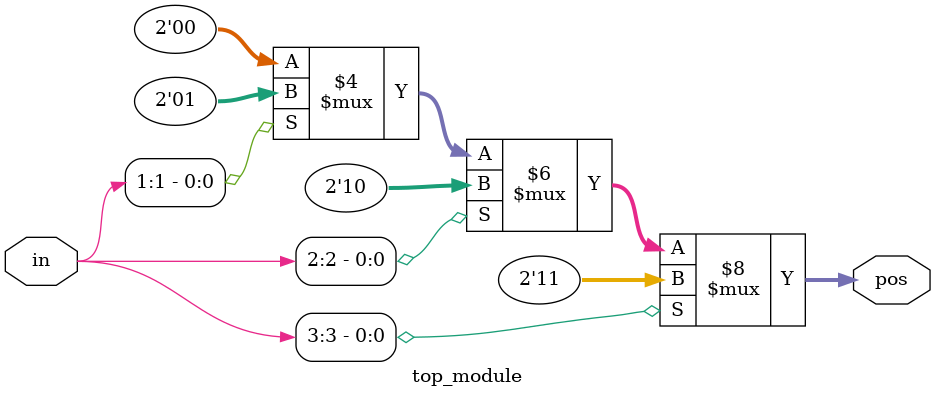
<source format=sv>
module top_module (
    input [3:0] in,
    output reg [1:0] pos
);

always @(*) begin
    case (1'b1)
        in[3]: pos = 2'b11;
        in[2]: pos = 2'b10;
        in[1]: pos = 2'b01;
        in[0]: pos = 2'b00;
        default: pos = 2'b00; // If none of the input bits are high, output zero
    endcase
end

endmodule

</source>
